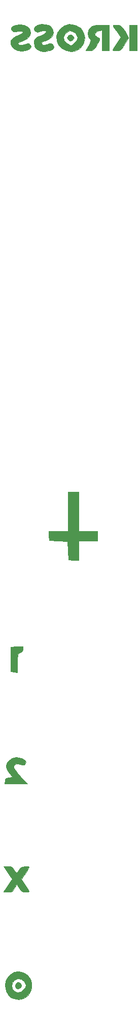
<source format=gbr>
%TF.GenerationSoftware,KiCad,Pcbnew,(5.1.12-1-10_14)*%
%TF.CreationDate,2021-12-12T17:34:39+01:00*%
%TF.ProjectId,kross,6b726f73-732e-46b6-9963-61645f706362,rev?*%
%TF.SameCoordinates,Original*%
%TF.FileFunction,Legend,Bot*%
%TF.FilePolarity,Positive*%
%FSLAX46Y46*%
G04 Gerber Fmt 4.6, Leading zero omitted, Abs format (unit mm)*
G04 Created by KiCad (PCBNEW (5.1.12-1-10_14)) date 2021-12-12 17:34:39*
%MOMM*%
%LPD*%
G01*
G04 APERTURE LIST*
%ADD10C,0.010000*%
%ADD11C,14.000000*%
%ADD12C,9.000000*%
%ADD13C,4.000000*%
G04 APERTURE END LIST*
D10*
%TO.C,G\u002A\u002A\u002A*%
G36*
X102734718Y-137870827D02*
G01*
X101700699Y-137924475D01*
X101700699Y-142009790D01*
X102277972Y-142065450D01*
X102855244Y-142121109D01*
X102855244Y-140523608D01*
X102860435Y-139764812D01*
X102887397Y-139290505D01*
X102953217Y-139029962D01*
X103074982Y-138912458D01*
X103254895Y-138869347D01*
X103583075Y-138702471D01*
X103711641Y-138314883D01*
X103768736Y-137817179D01*
X102734718Y-137870827D01*
G37*
X102734718Y-137870827D02*
X101700699Y-137924475D01*
X101700699Y-142009790D01*
X102277972Y-142065450D01*
X102855244Y-142121109D01*
X102855244Y-140523608D01*
X102860435Y-139764812D01*
X102887397Y-139290505D01*
X102953217Y-139029962D01*
X103074982Y-138912458D01*
X103254895Y-138869347D01*
X103583075Y-138702471D01*
X103711641Y-138314883D01*
X103768736Y-137817179D01*
X102734718Y-137870827D01*
G36*
X111409089Y-36413899D02*
G01*
X111256643Y-36555944D01*
X111125065Y-36840236D01*
X111256643Y-37088811D01*
X111547568Y-37313944D01*
X111700699Y-37355245D01*
X111992310Y-37230856D01*
X112144755Y-37088811D01*
X112276334Y-36804519D01*
X112144755Y-36555944D01*
X111853831Y-36330811D01*
X111700699Y-36289510D01*
X111409089Y-36413899D01*
G37*
X111409089Y-36413899D02*
X111256643Y-36555944D01*
X111125065Y-36840236D01*
X111256643Y-37088811D01*
X111547568Y-37313944D01*
X111700699Y-37355245D01*
X111992310Y-37230856D01*
X112144755Y-37088811D01*
X112276334Y-36804519D01*
X112144755Y-36555944D01*
X111853831Y-36330811D01*
X111700699Y-36289510D01*
X111409089Y-36413899D01*
G36*
X115990721Y-34738691D02*
G01*
X115322674Y-34896371D01*
X114890851Y-35185451D01*
X114647805Y-35608508D01*
X114554421Y-36246327D01*
X114779006Y-36821271D01*
X114940265Y-37030964D01*
X115068822Y-37243494D01*
X115050019Y-37494852D01*
X114863011Y-37889505D01*
X114718767Y-38141104D01*
X114242468Y-38953846D01*
X114880698Y-38953846D01*
X115274165Y-38919149D01*
X115562828Y-38764113D01*
X115852481Y-38412319D01*
X116048747Y-38110140D01*
X116395604Y-37528374D01*
X116544733Y-37161269D01*
X116504197Y-36933921D01*
X116282057Y-36771425D01*
X116197155Y-36731280D01*
X115813848Y-36445490D01*
X115758993Y-36127354D01*
X116018099Y-35837196D01*
X116453877Y-35662659D01*
X116940560Y-35540510D01*
X116940560Y-38953846D01*
X118183916Y-38953846D01*
X118183916Y-34690909D01*
X116948917Y-34690909D01*
X115990721Y-34738691D01*
G37*
X115990721Y-34738691D02*
X115322674Y-34896371D01*
X114890851Y-35185451D01*
X114647805Y-35608508D01*
X114554421Y-36246327D01*
X114779006Y-36821271D01*
X114940265Y-37030964D01*
X115068822Y-37243494D01*
X115050019Y-37494852D01*
X114863011Y-37889505D01*
X114718767Y-38141104D01*
X114242468Y-38953846D01*
X114880698Y-38953846D01*
X115274165Y-38919149D01*
X115562828Y-38764113D01*
X115852481Y-38412319D01*
X116048747Y-38110140D01*
X116395604Y-37528374D01*
X116544733Y-37161269D01*
X116504197Y-36933921D01*
X116282057Y-36771425D01*
X116197155Y-36731280D01*
X115813848Y-36445490D01*
X115758993Y-36127354D01*
X116018099Y-35837196D01*
X116453877Y-35662659D01*
X116940560Y-35540510D01*
X116940560Y-38953846D01*
X118183916Y-38953846D01*
X118183916Y-34690909D01*
X116948917Y-34690909D01*
X115990721Y-34738691D01*
G36*
X119036702Y-34695436D02*
G01*
X118853860Y-34747136D01*
X118850257Y-34903186D01*
X119033035Y-35220766D01*
X119409334Y-35757054D01*
X119549226Y-35952622D01*
X120133657Y-36770279D01*
X119425220Y-37759600D01*
X119070254Y-38269187D01*
X118816079Y-38660566D01*
X118716817Y-38850331D01*
X118716783Y-38851383D01*
X118873795Y-38915680D01*
X119263082Y-38946621D01*
X119382867Y-38947074D01*
X119762784Y-38915391D01*
X120051147Y-38783990D01*
X120340252Y-38484420D01*
X120715035Y-37959074D01*
X121054246Y-37435618D01*
X121294153Y-37020053D01*
X121381119Y-36808568D01*
X121289078Y-36583180D01*
X121048543Y-36159856D01*
X120734293Y-35665100D01*
X120366548Y-35137162D01*
X120087960Y-34844593D01*
X119803914Y-34718741D01*
X119419795Y-34690957D01*
X119391642Y-34690909D01*
X119036702Y-34695436D01*
G37*
X119036702Y-34695436D02*
X118853860Y-34747136D01*
X118850257Y-34903186D01*
X119033035Y-35220766D01*
X119409334Y-35757054D01*
X119549226Y-35952622D01*
X120133657Y-36770279D01*
X119425220Y-37759600D01*
X119070254Y-38269187D01*
X118816079Y-38660566D01*
X118716817Y-38850331D01*
X118716783Y-38851383D01*
X118873795Y-38915680D01*
X119263082Y-38946621D01*
X119382867Y-38947074D01*
X119762784Y-38915391D01*
X120051147Y-38783990D01*
X120340252Y-38484420D01*
X120715035Y-37959074D01*
X121054246Y-37435618D01*
X121294153Y-37020053D01*
X121381119Y-36808568D01*
X121289078Y-36583180D01*
X121048543Y-36159856D01*
X120734293Y-35665100D01*
X120366548Y-35137162D01*
X120087960Y-34844593D01*
X119803914Y-34718741D01*
X119419795Y-34690957D01*
X119391642Y-34690909D01*
X119036702Y-34695436D01*
G36*
X121558741Y-38953846D02*
G01*
X122802098Y-38953846D01*
X122802098Y-34690909D01*
X121558741Y-34690909D01*
X121558741Y-38953846D01*
G37*
X121558741Y-38953846D02*
X122802098Y-38953846D01*
X122802098Y-34690909D01*
X121558741Y-34690909D01*
X121558741Y-38953846D01*
G36*
X102525866Y-34729400D02*
G01*
X102146431Y-34916543D01*
X101831130Y-35164494D01*
X101784780Y-35383018D01*
X101887810Y-35590251D01*
X102184706Y-35851883D01*
X102464336Y-35834472D01*
X103031754Y-35711554D01*
X103491790Y-35719585D01*
X103736413Y-35855308D01*
X103743957Y-35873049D01*
X103638653Y-36049500D01*
X103289324Y-36240799D01*
X103139618Y-36294578D01*
X102583467Y-36534012D01*
X102110720Y-36835485D01*
X102064685Y-36875218D01*
X101730779Y-37352973D01*
X101695735Y-37844433D01*
X101907844Y-38305892D01*
X102315392Y-38693644D01*
X102866669Y-38963984D01*
X103509963Y-39073205D01*
X104193563Y-38977602D01*
X104441264Y-38883864D01*
X104936369Y-38612441D01*
X105119218Y-38355147D01*
X105025069Y-38052395D01*
X104975715Y-37980617D01*
X104780899Y-37786358D01*
X104524752Y-37767188D01*
X104115670Y-37893229D01*
X103561404Y-38019651D01*
X103131692Y-37983168D01*
X102917581Y-37796063D01*
X102908392Y-37730339D01*
X103062320Y-37584537D01*
X103457433Y-37392005D01*
X103798194Y-37265872D01*
X104522213Y-36907144D01*
X104948441Y-36436699D01*
X105061473Y-35898456D01*
X104845906Y-35336334D01*
X104581494Y-35032710D01*
X103993628Y-34701533D01*
X103263314Y-34598278D01*
X102525866Y-34729400D01*
G37*
X102525866Y-34729400D02*
X102146431Y-34916543D01*
X101831130Y-35164494D01*
X101784780Y-35383018D01*
X101887810Y-35590251D01*
X102184706Y-35851883D01*
X102464336Y-35834472D01*
X103031754Y-35711554D01*
X103491790Y-35719585D01*
X103736413Y-35855308D01*
X103743957Y-35873049D01*
X103638653Y-36049500D01*
X103289324Y-36240799D01*
X103139618Y-36294578D01*
X102583467Y-36534012D01*
X102110720Y-36835485D01*
X102064685Y-36875218D01*
X101730779Y-37352973D01*
X101695735Y-37844433D01*
X101907844Y-38305892D01*
X102315392Y-38693644D01*
X102866669Y-38963984D01*
X103509963Y-39073205D01*
X104193563Y-38977602D01*
X104441264Y-38883864D01*
X104936369Y-38612441D01*
X105119218Y-38355147D01*
X105025069Y-38052395D01*
X104975715Y-37980617D01*
X104780899Y-37786358D01*
X104524752Y-37767188D01*
X104115670Y-37893229D01*
X103561404Y-38019651D01*
X103131692Y-37983168D01*
X102917581Y-37796063D01*
X102908392Y-37730339D01*
X103062320Y-37584537D01*
X103457433Y-37392005D01*
X103798194Y-37265872D01*
X104522213Y-36907144D01*
X104948441Y-36436699D01*
X105061473Y-35898456D01*
X104845906Y-35336334D01*
X104581494Y-35032710D01*
X103993628Y-34701533D01*
X103263314Y-34598278D01*
X102525866Y-34729400D01*
G36*
X106230359Y-34753251D02*
G01*
X105734448Y-35049142D01*
X105587134Y-35372372D01*
X105791480Y-35715092D01*
X105839000Y-35756510D01*
X106113407Y-35886356D01*
X106484673Y-35816705D01*
X106635111Y-35758031D01*
X107109695Y-35629135D01*
X107465377Y-35648636D01*
X107623462Y-35794799D01*
X107539292Y-36007752D01*
X107217917Y-36235167D01*
X106853204Y-36372924D01*
X106106752Y-36660774D01*
X105684038Y-37081744D01*
X105572727Y-37548639D01*
X105681790Y-38243985D01*
X106033672Y-38706136D01*
X106483595Y-38935163D01*
X107016817Y-39082761D01*
X107492582Y-39091926D01*
X108089533Y-38962182D01*
X108201012Y-38930583D01*
X108706895Y-38688502D01*
X108908622Y-38366436D01*
X108782876Y-38008265D01*
X108724918Y-37944598D01*
X108491804Y-37781472D01*
X108195088Y-37784993D01*
X107812633Y-37905200D01*
X107314542Y-38037534D01*
X107022636Y-37980118D01*
X106973774Y-37939229D01*
X106855642Y-37662951D01*
X107071621Y-37434920D01*
X107489463Y-37300499D01*
X108195147Y-37027635D01*
X108650157Y-36566575D01*
X108809357Y-35964033D01*
X108808860Y-35934960D01*
X108638053Y-35297711D01*
X108210553Y-34838768D01*
X107592651Y-34588511D01*
X106850633Y-34577321D01*
X106230359Y-34753251D01*
G37*
X106230359Y-34753251D02*
X105734448Y-35049142D01*
X105587134Y-35372372D01*
X105791480Y-35715092D01*
X105839000Y-35756510D01*
X106113407Y-35886356D01*
X106484673Y-35816705D01*
X106635111Y-35758031D01*
X107109695Y-35629135D01*
X107465377Y-35648636D01*
X107623462Y-35794799D01*
X107539292Y-36007752D01*
X107217917Y-36235167D01*
X106853204Y-36372924D01*
X106106752Y-36660774D01*
X105684038Y-37081744D01*
X105572727Y-37548639D01*
X105681790Y-38243985D01*
X106033672Y-38706136D01*
X106483595Y-38935163D01*
X107016817Y-39082761D01*
X107492582Y-39091926D01*
X108089533Y-38962182D01*
X108201012Y-38930583D01*
X108706895Y-38688502D01*
X108908622Y-38366436D01*
X108782876Y-38008265D01*
X108724918Y-37944598D01*
X108491804Y-37781472D01*
X108195088Y-37784993D01*
X107812633Y-37905200D01*
X107314542Y-38037534D01*
X107022636Y-37980118D01*
X106973774Y-37939229D01*
X106855642Y-37662951D01*
X107071621Y-37434920D01*
X107489463Y-37300499D01*
X108195147Y-37027635D01*
X108650157Y-36566575D01*
X108809357Y-35964033D01*
X108808860Y-35934960D01*
X108638053Y-35297711D01*
X108210553Y-34838768D01*
X107592651Y-34588511D01*
X106850633Y-34577321D01*
X106230359Y-34753251D01*
G36*
X110661982Y-34797975D02*
G01*
X109987764Y-35281069D01*
X109519509Y-35988049D01*
X109358671Y-36546882D01*
X109391442Y-37338064D01*
X109715463Y-38036136D01*
X110269452Y-38591826D01*
X110992131Y-38955860D01*
X111822219Y-39078963D01*
X112411189Y-39001313D01*
X113111045Y-38664877D01*
X113674632Y-38096566D01*
X113925786Y-37607112D01*
X114039508Y-36822378D01*
X112855245Y-36822378D01*
X112715960Y-37278386D01*
X112375090Y-37715616D01*
X111948107Y-38009710D01*
X111700699Y-38065734D01*
X111419635Y-37963317D01*
X111036610Y-37715061D01*
X111014164Y-37697598D01*
X110629136Y-37216314D01*
X110554626Y-36686390D01*
X110769854Y-36187403D01*
X111254038Y-35798927D01*
X111539573Y-35685730D01*
X111998191Y-35711021D01*
X112441009Y-35986681D01*
X112760560Y-36419865D01*
X112855245Y-36822378D01*
X114039508Y-36822378D01*
X114054594Y-36718282D01*
X113859100Y-35912393D01*
X113369189Y-35244964D01*
X112614745Y-34771512D01*
X112349113Y-34677934D01*
X111472365Y-34582389D01*
X110661982Y-34797975D01*
G37*
X110661982Y-34797975D02*
X109987764Y-35281069D01*
X109519509Y-35988049D01*
X109358671Y-36546882D01*
X109391442Y-37338064D01*
X109715463Y-38036136D01*
X110269452Y-38591826D01*
X110992131Y-38955860D01*
X111822219Y-39078963D01*
X112411189Y-39001313D01*
X113111045Y-38664877D01*
X113674632Y-38096566D01*
X113925786Y-37607112D01*
X114039508Y-36822378D01*
X112855245Y-36822378D01*
X112715960Y-37278386D01*
X112375090Y-37715616D01*
X111948107Y-38009710D01*
X111700699Y-38065734D01*
X111419635Y-37963317D01*
X111036610Y-37715061D01*
X111014164Y-37697598D01*
X110629136Y-37216314D01*
X110554626Y-36686390D01*
X110769854Y-36187403D01*
X111254038Y-35798927D01*
X111539573Y-35685730D01*
X111998191Y-35711021D01*
X112441009Y-35986681D01*
X112760560Y-36419865D01*
X112855245Y-36822378D01*
X114039508Y-36822378D01*
X114054594Y-36718282D01*
X113859100Y-35912393D01*
X113369189Y-35244964D01*
X112614745Y-34771512D01*
X112349113Y-34677934D01*
X111472365Y-34582389D01*
X110661982Y-34797975D01*
G36*
X101953558Y-156400029D02*
G01*
X101379171Y-156786538D01*
X101159715Y-157094718D01*
X100984792Y-157651107D01*
X101081663Y-158196906D01*
X101468802Y-158814504D01*
X101574426Y-158944055D01*
X102021221Y-159476923D01*
X101416904Y-159565734D01*
X100988421Y-159680348D01*
X100799860Y-159918511D01*
X100756384Y-160143007D01*
X100700180Y-160631468D01*
X104507921Y-160631468D01*
X103533880Y-159610139D01*
X102872923Y-158890753D01*
X102454891Y-158359921D01*
X102255571Y-157972027D01*
X102250751Y-157681455D01*
X102394488Y-157463654D01*
X102650666Y-157286152D01*
X102968250Y-157300567D01*
X103249961Y-157394794D01*
X103683039Y-157517875D01*
X103953887Y-157457906D01*
X104072912Y-157358456D01*
X104246295Y-157012098D01*
X104080271Y-156687001D01*
X103590648Y-156409062D01*
X103466583Y-156365118D01*
X102680907Y-156249579D01*
X101953558Y-156400029D01*
G37*
X101953558Y-156400029D02*
X101379171Y-156786538D01*
X101159715Y-157094718D01*
X100984792Y-157651107D01*
X101081663Y-158196906D01*
X101468802Y-158814504D01*
X101574426Y-158944055D01*
X102021221Y-159476923D01*
X101416904Y-159565734D01*
X100988421Y-159680348D01*
X100799860Y-159918511D01*
X100756384Y-160143007D01*
X100700180Y-160631468D01*
X104507921Y-160631468D01*
X103533880Y-159610139D01*
X102872923Y-158890753D01*
X102454891Y-158359921D01*
X102255571Y-157972027D01*
X102250751Y-157681455D01*
X102394488Y-157463654D01*
X102650666Y-157286152D01*
X102968250Y-157300567D01*
X103249961Y-157394794D01*
X103683039Y-157517875D01*
X103953887Y-157457906D01*
X104072912Y-157358456D01*
X104246295Y-157012098D01*
X104080271Y-156687001D01*
X103590648Y-156409062D01*
X103466583Y-156365118D01*
X102680907Y-156249579D01*
X101953558Y-156400029D01*
G36*
X102607841Y-194501951D02*
G01*
X102930408Y-194634389D01*
X103285496Y-194517023D01*
X103288947Y-194514183D01*
X103517331Y-194154232D01*
X103398865Y-193778057D01*
X103266434Y-193644755D01*
X102935460Y-193549355D01*
X102633153Y-193723449D01*
X102472374Y-194091406D01*
X102467133Y-194180368D01*
X102607841Y-194501951D01*
G37*
X102607841Y-194501951D02*
X102930408Y-194634389D01*
X103285496Y-194517023D01*
X103288947Y-194514183D01*
X103517331Y-194154232D01*
X103398865Y-193778057D01*
X103266434Y-193644755D01*
X102935460Y-193549355D01*
X102633153Y-193723449D01*
X102472374Y-194091406D01*
X102467133Y-194180368D01*
X102607841Y-194501951D01*
G36*
X100975669Y-194991543D02*
G01*
X101071051Y-195197572D01*
X101398085Y-195754774D01*
X101759335Y-196087692D01*
X102228318Y-196297830D01*
X103090484Y-196438447D01*
X103864818Y-196278852D01*
X104507247Y-195871373D01*
X104973697Y-195268340D01*
X105220093Y-194522080D01*
X105202362Y-193684921D01*
X104986517Y-193023077D01*
X104494157Y-192333408D01*
X103832622Y-191909676D01*
X103077911Y-191760746D01*
X103014638Y-191771790D01*
X103014638Y-192934266D01*
X103460203Y-193074133D01*
X103892294Y-193415365D01*
X104185806Y-193840412D01*
X104243357Y-194088811D01*
X104140939Y-194369875D01*
X103892684Y-194752901D01*
X103875220Y-194775347D01*
X103415986Y-195131129D01*
X102862379Y-195251919D01*
X102360507Y-195107420D01*
X101985907Y-194679420D01*
X101874041Y-194150592D01*
X101995026Y-193620211D01*
X102318982Y-193187551D01*
X102816026Y-192951886D01*
X103014638Y-192934266D01*
X103014638Y-191771790D01*
X102306025Y-191895481D01*
X101592965Y-192322744D01*
X101325468Y-192596106D01*
X100868422Y-193347308D01*
X100753143Y-194132281D01*
X100975669Y-194991543D01*
G37*
X100975669Y-194991543D02*
X101071051Y-195197572D01*
X101398085Y-195754774D01*
X101759335Y-196087692D01*
X102228318Y-196297830D01*
X103090484Y-196438447D01*
X103864818Y-196278852D01*
X104507247Y-195871373D01*
X104973697Y-195268340D01*
X105220093Y-194522080D01*
X105202362Y-193684921D01*
X104986517Y-193023077D01*
X104494157Y-192333408D01*
X103832622Y-191909676D01*
X103077911Y-191760746D01*
X103014638Y-191771790D01*
X103014638Y-192934266D01*
X103460203Y-193074133D01*
X103892294Y-193415365D01*
X104185806Y-193840412D01*
X104243357Y-194088811D01*
X104140939Y-194369875D01*
X103892684Y-194752901D01*
X103875220Y-194775347D01*
X103415986Y-195131129D01*
X102862379Y-195251919D01*
X102360507Y-195107420D01*
X101985907Y-194679420D01*
X101874041Y-194150592D01*
X101995026Y-193620211D01*
X102318982Y-193187551D01*
X102816026Y-192951886D01*
X103014638Y-192934266D01*
X103014638Y-191771790D01*
X102306025Y-191895481D01*
X101592965Y-192322744D01*
X101325468Y-192596106D01*
X100868422Y-193347308D01*
X100753143Y-194132281D01*
X100975669Y-194991543D01*
G36*
X101239331Y-175375904D02*
G01*
X101945744Y-176416144D01*
X101540916Y-177018911D01*
X101186317Y-177551818D01*
X100854073Y-178058563D01*
X100820693Y-178110140D01*
X100505297Y-178598601D01*
X101221728Y-178598601D01*
X101716077Y-178557146D01*
X102034892Y-178371406D01*
X102328823Y-177966495D01*
X102719486Y-177334388D01*
X103149014Y-177966495D01*
X103493665Y-178388276D01*
X103847155Y-178568892D01*
X104193816Y-178598601D01*
X104602422Y-178575354D01*
X104804462Y-178518275D01*
X104809091Y-178507058D01*
X104718134Y-178323401D01*
X104480193Y-177932057D01*
X104162265Y-177441323D01*
X103515439Y-176467133D01*
X104162265Y-175492942D01*
X104491988Y-174983470D01*
X104725008Y-174598842D01*
X104809091Y-174427208D01*
X104651910Y-174368543D01*
X104261803Y-174337260D01*
X104136898Y-174335664D01*
X103639339Y-174390344D01*
X103322978Y-174613772D01*
X103149933Y-174868531D01*
X102870791Y-175275448D01*
X102652426Y-175356681D01*
X102413740Y-175112230D01*
X102261821Y-174868531D01*
X101987587Y-174509155D01*
X101640460Y-174359671D01*
X101239983Y-174335664D01*
X100532917Y-174335664D01*
X101239331Y-175375904D01*
G37*
X101239331Y-175375904D02*
X101945744Y-176416144D01*
X101540916Y-177018911D01*
X101186317Y-177551818D01*
X100854073Y-178058563D01*
X100820693Y-178110140D01*
X100505297Y-178598601D01*
X101221728Y-178598601D01*
X101716077Y-178557146D01*
X102034892Y-178371406D01*
X102328823Y-177966495D01*
X102719486Y-177334388D01*
X103149014Y-177966495D01*
X103493665Y-178388276D01*
X103847155Y-178568892D01*
X104193816Y-178598601D01*
X104602422Y-178575354D01*
X104804462Y-178518275D01*
X104809091Y-178507058D01*
X104718134Y-178323401D01*
X104480193Y-177932057D01*
X104162265Y-177441323D01*
X103515439Y-176467133D01*
X104162265Y-175492942D01*
X104491988Y-174983470D01*
X104725008Y-174598842D01*
X104809091Y-174427208D01*
X104651910Y-174368543D01*
X104261803Y-174337260D01*
X104136898Y-174335664D01*
X103639339Y-174390344D01*
X103322978Y-174613772D01*
X103149933Y-174868531D01*
X102870791Y-175275448D01*
X102652426Y-175356681D01*
X102413740Y-175112230D01*
X102261821Y-174868531D01*
X101987587Y-174509155D01*
X101640460Y-174359671D01*
X101239983Y-174335664D01*
X100532917Y-174335664D01*
X101239331Y-175375904D01*
G36*
X113032867Y-120341958D02*
G01*
X116230070Y-120341958D01*
X116230070Y-118743357D01*
X113032867Y-118743357D01*
X113032867Y-112171329D01*
X111256643Y-112171329D01*
X111256643Y-118743357D01*
X108039014Y-118743357D01*
X108093633Y-119498252D01*
X108148251Y-120253147D01*
X109695631Y-120304369D01*
X111243011Y-120355590D01*
X111294233Y-121902970D01*
X111345454Y-123450350D01*
X112189161Y-123504488D01*
X113032867Y-123558625D01*
X113032867Y-120341958D01*
G37*
X113032867Y-120341958D02*
X116230070Y-120341958D01*
X116230070Y-118743357D01*
X113032867Y-118743357D01*
X113032867Y-112171329D01*
X111256643Y-112171329D01*
X111256643Y-118743357D01*
X108039014Y-118743357D01*
X108093633Y-119498252D01*
X108148251Y-120253147D01*
X109695631Y-120304369D01*
X111243011Y-120355590D01*
X111294233Y-121902970D01*
X111345454Y-123450350D01*
X112189161Y-123504488D01*
X113032867Y-123558625D01*
X113032867Y-120341958D01*
%TD*%
%LPC*%
D11*
%TO.C,REF\u002A\u002A*%
X112500000Y-165000000D03*
%TD*%
%TO.C,REF\u002A\u002A*%
X112400000Y-183000000D03*
%TD*%
%TO.C,REF\u002A\u002A*%
X112400000Y-200500000D03*
%TD*%
%TO.C,REF\u002A\u002A*%
X112500000Y-147000000D03*
%TD*%
D12*
%TO.C,REF\u002A\u002A*%
X112500000Y-85000000D03*
%TD*%
%TO.C,REF\u002A\u002A*%
X112500000Y-59500000D03*
%TD*%
D13*
%TO.C,REF\u002A\u002A*%
X122200000Y-23000000D03*
X122200000Y-217000000D03*
%TD*%
%TO.C,REF\u002A\u002A*%
X102800000Y-217000000D03*
X102800000Y-23000000D03*
%TD*%
M02*

</source>
